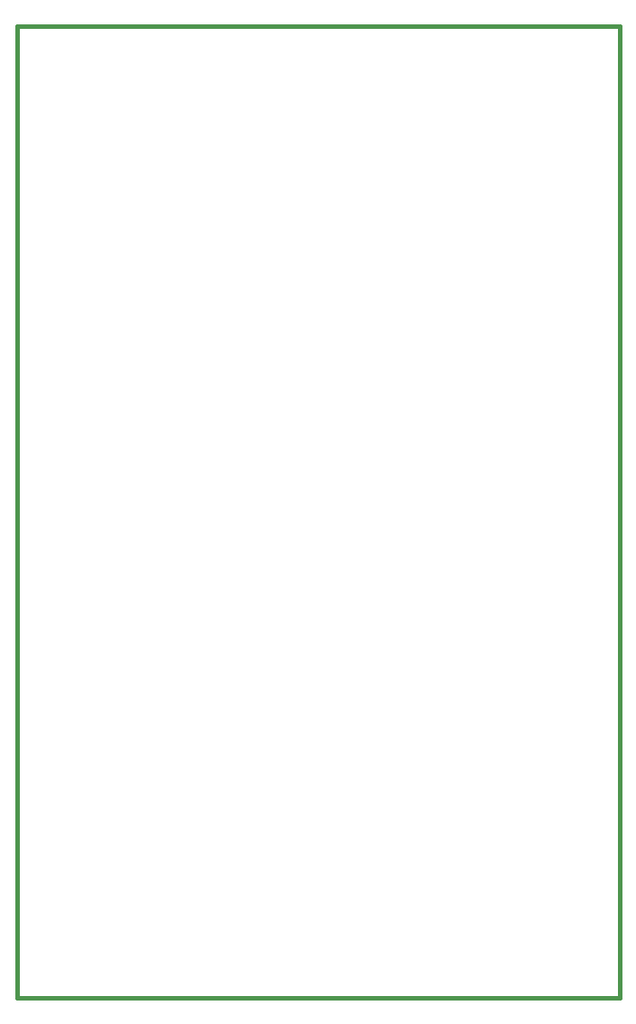
<source format=gbr>
G04 start of page 4 for group 2 idx 2 *
G04 Title: (unknown), outline *
G04 Creator: pcb 1.99z *
G04 CreationDate: Thu 18 Dec 2014 06:06:48 AM GMT UTC *
G04 For: commonadmin *
G04 Format: Gerber/RS-274X *
G04 PCB-Dimensions (mil): 2350.00 3800.00 *
G04 PCB-Coordinate-Origin: lower left *
%MOIN*%
%FSLAX25Y25*%
%LNOUTLINE*%
%ADD68C,0.0150*%
G54D68*X6000Y365000D02*Y6000D01*
X228500D01*
Y365000D01*
X6000D01*
M02*

</source>
